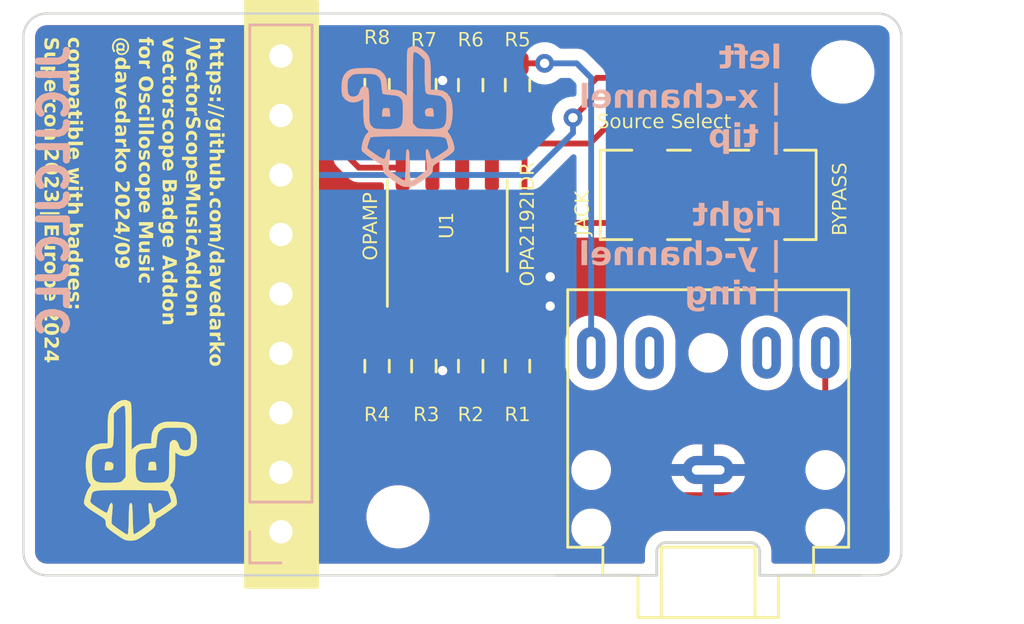
<source format=kicad_pcb>
(kicad_pcb (version 20240108) (generator "pcbnew") (generator_version "8.0")
  (layers (0 "F.Cu" signal) (31 "B.Cu" signal) (34 "B.Paste" user) (35 "F.Paste" user) (36 "B.SilkS" user "B.Silkscreen") (37 "F.SilkS" user "F.Silkscreen") (38 "B.Mask" user) (39 "F.Mask" user) (44 "Edge.Cuts" user))
  (net 0 "")
  (net 1 "VCC")
  (net 2 "AGND")
  (net 6 "right_out")
  (net 7 "left_out")
  (net 8 "left_in")
  (net 9 "Net-(U1A-+)")
  (net 10 "Net-(U1A--)")
  (net 11 "right_in")
  (net 12 "Net-(U1B-+)")
  (net 13 "Net-(U1B--)")
  (net 14 "Net-(J1-Pin_2)")
  (net 15 "Net-(J1-Pin_3)")
  (net 16 "left_amp")
  (net 17 "right_amp")
  (footprint "MountingHole:MountingHole_2.2mm_M2" (layer "F.Cu") (at 16 21.5)
    (property "Reference" "H1" (hide yes))
    (property "Value" "MountingHole")
    (pad "" np_thru_hole circle (at 0 0) (size 2.2 2.2) (drill 2.2) (layers "*.Cu" "*.Mask"))
  )
  (footprint "Resistor_SMD:R_0603_1608Metric_Pad0.98x0.95mm_HandSolder" (layer "F.Cu") (at 17.105 3.062107 -90)
    (property "Reference" "R7" (at -1.907107 0 180) (layer "F.SilkS") (effects (font (size 0.6 0.6) (thickness 0.2))))
    (property "Value" "13k")
    (fp_line (start -0.254724 0.5225) (end 0.254724 0.5225) (stroke (width 0.12)) (layer "F.SilkS"))
    (fp_line (start -0.254724 -0.5225) (end 0.254724 -0.5225) (stroke (width 0.12)) (layer "F.SilkS"))
    (pad "1" smd roundrect (at -0.9125 0 270) (size 0.975 0.95) (layers "F.Cu" "F.Paste" "F.Mask") (net 2 "AGND"))
    (pad "2" smd roundrect (at 0.9125 0 270) (size 0.975 0.95) (layers "F.Cu" "F.Paste" "F.Mask") (net 13 "Net-(U1B--)"))
  )
  (footprint "Button_Switch_SMD:SW_DPDT_CK_JS202011JCQN" (layer "F.Cu") (at 29.25 7.75 180)
    (property "Reference" "SW2" (hide yes))
    (property "Value" "SW_Push_DPDT")
    (fp_line (start 4.61 1.91) (end 3.26 1.91) (stroke (width 0.12)) (layer "F.SilkS"))
    (fp_line (start 4.61 -1.91) (end 4.61 1.91) (stroke (width 0.12)) (layer "F.SilkS"))
    (fp_line (start 4.61 -1.91) (end 3.26 -1.91) (stroke (width 0.12)) (layer "F.SilkS"))
    (fp_line (start 1.74 1.91) (end 0.76 1.91) (stroke (width 0.12)) (layer "F.SilkS"))
    (fp_line (start 1.74 -1.91) (end 0.76 -1.91) (stroke (width 0.12)) (layer "F.SilkS"))
    (fp_line (start -0.76 1.91) (end -1.74 1.91) (stroke (width 0.12)) (layer "F.SilkS"))
    (fp_line (start -0.76 -1.91) (end -1.74 -1.91) (stroke (width 0.12)) (layer "F.SilkS"))
    (fp_line (start -3.26 -1.91) (end -4.61 -1.91) (stroke (width 0.12)) (layer "F.SilkS"))
    (fp_line (start -4.61 1.91) (end -3.26 1.91) (stroke (width 0.12)) (layer "F.SilkS"))
    (fp_line (start -4.61 -1.91) (end -4.61 1.91) (stroke (width 0.12)) (layer "F.SilkS"))
    (pad "1" smd rect (at -2.5 -1.2 180) (size 1 1.6) (layers "F.Cu" "F.Paste" "F.Mask") (net 15 "Net-(J1-Pin_3)"))
    (pad "2" smd rect (at 0 -1.2 180) (size 1 1.6) (layers "F.Cu" "F.Paste" "F.Mask") (net 7 "left_out"))
    (pad "3" smd rect (at 2.5 -1.2 180) (size 1 1.6) (layers "F.Cu" "F.Paste" "F.Mask") (net 16 "left_amp"))
    (pad "4" smd rect (at -2.5 1.2 180) (size 1 1.6) (layers "F.Cu" "F.Paste" "F.Mask") (net 14 "Net-(J1-Pin_2)"))
    (pad "5" smd rect (at 0 1.2 180) (size 1 1.6) (layers "F.Cu" "F.Paste" "F.Mask") (net 6 "right_out"))
    (pad "6" smd rect (at 2.5 1.2 180) (size 1 1.6) (layers "F.Cu" "F.Paste" "F.Mask") (net 17 "right_amp"))
  )
  (footprint "davedarko:davedarko_logo_silk_outline" (layer "F.Cu") (at 5 19.51)
    (property "Reference" "Ref**" (hide yes))
    (property "Value" "Val**" (hide yes))
    (fp_poly (pts (xy 0.601261 -0.354649) (xy 0.646236 -0.323337) (xy 0.664104 -0.242256) (xy 0.669184 -0.179917) (xy 0.682201 0) (xy 0.333798 0) (xy 0.346816 -0.179917) (xy 0.359246 -0.292707) (xy 0.388785 -0.344569) (xy 0.456612 -0.359142) (xy 0.508 -0.359833) (xy 0.601261 -0.354649)) (stroke (width 0.01)) (fill solid) (layer "F.SilkS"))
    (fp_poly (pts (xy -1.225178 -0.332348) (xy -1.156659 -0.252074) (xy -1.156377 -0.122284) (xy -1.15874 -0.112386) (xy -1.188279 -0.039258) (xy -1.246032 -0.007096) (xy -1.357907 0) (xy -1.528868 0) (xy -1.515851 -0.179917) (xy -1.5033 -0.292747) (xy -1.473815 -0.344621) (xy -1.40683 -0.359168) (xy -1.359281 -0.359833) (xy -1.225178 -0.332348)) (stroke (width 0.01)) (fill solid) (layer "F.SilkS"))
    (fp_poly (pts (xy -0.475086 -2.939766) (xy -0.445363 -2.916631) (xy -0.422667 -2.88707) (xy -0.406052 -2.840351) (xy -0.394569 -2.765739) (xy -0.387271 -2.652501) (xy -0.38321 -2.489903) (xy -0.381439 -2.267211) (xy -0.381009 -1.973692) (xy -0.381 -1.874054) (xy -0.381 -0.874242) (xy -0.28575 -0.960997) (xy -0.145494 -1.067104) (xy 0.001808 -1.123629) (xy 0.190337 -1.142633) (xy 0.23005 -1.143) (xy 0.465667 -1.143) (xy 0.465667 -1.356353) (xy 0.498547 -1.609061) (xy 0.595652 -1.810391) (xy 0.754683 -1.956317) (xy 0.831739 -1.996788) (xy 0.931201 -2.034914) (xy 1.035305 -2.058471) (xy 1.165749 -2.069737) (xy 1.344234 -2.070991) (xy 1.503448 -2.067306) (xy 1.746902 -2.055877) (xy 1.924691 -2.03342) (xy 2.055732 -1.992724) (xy 2.158939 -1.926575) (xy 2.253228 -1.827761) (xy 2.304367 -1.761943) (xy 2.361332 -1.636446) (xy 2.398118 -1.457813) (xy 2.413149 -1.255507) (xy 2.404846 -1.05899) (xy 2.371634 -0.897724) (xy 2.352992 -0.853419) (xy 2.234215 -0.708194) (xy 2.070257 -0.620883) (xy 1.882064 -0.596524) (xy 1.690582 -0.64016) (xy 1.61925 -0.67687) (xy 1.481667 -0.760756) (xy 1.481667 -0.252018) (xy 1.475347 0.035964) (xy 1.454557 0.25275) (xy 1.416544 0.410994) (xy 1.358558 0.523353) (xy 1.29959 0.585718) (xy 1.259512 0.630769) (xy 1.274614 0.676049) (xy 1.333557 0.733885) (xy 1.402547 0.82818) (xy 1.46647 0.969736) (xy 1.518061 1.132461) (xy 1.550055 1.290265) (xy 1.555188 1.417058) (xy 1.539303 1.47277) (xy 1.485455 1.526718) (xy 1.378891 1.612487) (xy 1.238537 1.716776) (xy 1.083319 1.826284) (xy 0.932161 1.927709) (xy 0.80399 2.007751) (xy 0.717731 2.053109) (xy 0.709083 2.056259) (xy 0.654904 2.104812) (xy 0.635364 2.214256) (xy 0.635 2.23914) (xy 0.629878 2.321185) (xy 0.607386 2.391534) (xy 0.556833 2.461829) (xy 0.467528 2.543715) (xy 0.328781 2.648834) (xy 0.130944 2.788106) (xy -0.026076 2.893794) (xy -0.140584 2.958454) (xy -0.2377 2.991994) (xy -0.342543 3.004325) (xy -0.420514 3.005667) (xy -0.538351 3.001763) (xy -0.634427 2.983701) (xy -0.732197 2.941956) (xy -0.855121 2.867001) (xy -0.991631 2.773732) (xy -1.185839 2.637081) (xy -1.320675 2.536109) (xy -1.406996 2.459206) (xy -1.455661 2.394761) (xy -1.477526 2.331165) (xy -1.483451 2.256809) (xy -1.483593 2.247689) (xy -1.488945 2.173968) (xy -1.51198 2.115441) (xy -1.566433 2.057582) (xy -1.666041 1.985864) (xy -1.824539 1.885761) (xy -1.827654 1.883833) (xy -2.060021 1.736221) (xy -2.226072 1.620616) (xy -2.334469 1.5297) (xy -2.393874 1.456151) (xy -2.412949 1.39265) (xy -2.413 1.389169) (xy -2.405966 1.335566) (xy -2.144521 1.335566) (xy -2.117813 1.387107) (xy -2.049135 1.450543) (xy -1.926429 1.538244) (xy -1.831941 1.601046) (xy -1.681921 1.696492) (xy -1.556096 1.770927) (xy -1.4726 1.813895) (xy -1.451685 1.820333) (xy -1.41651 1.782866) (xy -1.376731 1.686913) (xy -1.354667 1.608667) (xy -1.311542 1.475189) (xy -1.264092 1.404383) (xy -1.244611 1.397) (xy -1.210653 1.414362) (xy -1.192425 1.473715) (xy -1.189477 1.585957) (xy -1.201361 1.761989) (xy -1.221498 1.958334) (xy -1.234037 2.10886) (xy -1.236163 2.226849) (xy -1.227605 2.2861) (xy -1.178122 2.334936) (xy -1.079667 2.412924) (xy -0.952385 2.506022) (xy -0.816421 2.600189) (xy -0.691919 2.681384) (xy -0.599027 2.735565) (xy -0.561992 2.750036) (xy -0.540569 2.726224) (xy -0.524146 2.647911) (xy -0.511956 2.507063) (xy -0.503232 2.295647) (xy -0.498492 2.085453) (xy -0.49307 1.831217) (xy -0.48614 1.649514) (xy -0.476238 1.528207) (xy -0.461903 1.455162) (xy -0.441672 1.418245) (xy -0.416594 1.405756) (xy -0.389608 1.408584) (xy -0.369856 1.436875) (xy -0.355782 1.50241) (xy -0.345832 1.616973) (xy -0.33845 1.792347) (xy -0.332083 2.040316) (xy -0.331928 2.047352) (xy -0.325152 2.274872) (xy -0.315944 2.471932) (xy -0.30528 2.623256) (xy -0.294137 2.713567) (xy -0.288179 2.731676) (xy -0.243534 2.721293) (xy -0.146824 2.669815) (xy -0.014115 2.586409) (xy 0.083813 2.519435) (xy 0.257136 2.391098) (xy 0.362403 2.297245) (xy 0.405887 2.231816) (xy 0.406428 2.207891) (xy 0.394147 2.13537) (xy 0.378745 2.002596) (xy 0.362912 1.833783) (xy 0.357513 1.767417) (xy 0.345433 1.58765) (xy 0.344371 1.476514) (xy 0.355845 1.418503) (xy 0.381374 1.398116) (xy 0.393796 1.397) (xy 0.449939 1.435782) (xy 0.488863 1.534583) (xy 0.522895 1.686404) (xy 0.555523 1.778881) (xy 0.601591 1.814887) (xy 0.675947 1.797301) (xy 0.793434 1.728997) (xy 0.951748 1.624256) (xy 1.102351 1.520201) (xy 1.222093 1.430181) (xy 1.29596 1.36592) (xy 1.312333 1.34264) (xy 1.298528 1.258552) (xy 1.264773 1.13525) (xy 1.222557 1.0092) (xy 1.18337 0.916868) (xy 1.172738 0.899583) (xy 1.141991 0.884948) (xy 1.069748 0.87305) (xy 0.949448 0.863669) (xy 0.774531 0.856583) (xy 0.538439 0.851571) (xy 0.234611 0.848414) (xy -0.143512 0.846889) (xy -0.399259 0.846667) (xy -0.814844 0.846822) (xy -1.153849 0.847995) (xy -1.42436 0.851249) (xy -1.634463 0.857647) (xy -1.792245 0.868252) (xy -1.905792 0.884125) (xy -1.98319 0.906329) (xy -2.032526 0.935927) (xy -2.061886 0.973982) (xy -2.079356 1.021556) (xy -2.090594 1.068917) (xy -2.120049 1.196027) (xy -2.141312 1.283546) (xy -2.144521 1.335566) (xy -2.405966 1.335566) (xy -2.394963 1.251718) (xy -2.348485 1.08382) (xy -2.285019 0.917354) (xy -2.216018 0.784198) (xy -2.177876 0.734694) (xy -2.118782 0.656718) (xy -2.122806 0.610069) (xy -2.123808 0.60942) (xy -2.201355 0.518219) (xy -2.262455 0.362718) (xy -2.305635 0.161946) (xy -2.329422 -0.065066) (xy -2.331277 -0.213755) (xy -2.074333 -0.213755) (xy -2.068176 0.058577) (xy -2.042294 0.257951) (xy -1.985573 0.395159) (xy -1.886897 0.480993) (xy -1.735152 0.526243) (xy -1.519223 0.541702) (xy -1.297999 0.539995) (xy -1.094849 0.534202) (xy -0.958032 0.525441) (xy -0.869224 0.509479) (xy -0.810101 0.482083) (xy -0.762339 0.439017) (xy -0.737082 0.410389) (xy -0.635 0.291612) (xy -0.635 -0.197559) (xy -0.211667 -0.197559) (xy -0.206612 0.06789) (xy -0.18395 0.262121) (xy -0.132434 0.395802) (xy -0.040818 0.479603) (xy 0.102146 0.524193) (xy 0.307704 0.540242) (xy 0.564668 0.538908) (xy 0.767767 0.533612) (xy 0.904525 0.525216) (xy 0.99326 0.509524) (xy 1.052289 0.482338) (xy 1.099932 0.439461) (xy 1.125585 0.410389) (xy 1.163319 0.363082) (xy 1.190387 0.313309) (xy 1.208559 0.246899) (xy 1.219604 0.149682) (xy 1.225289 0.007489) (xy 1.227385 -0.193851) (xy 1.227667 -0.407311) (xy 1.23008 -0.647067) (xy 1.236751 -0.861021) (xy 1.246827 -1.033105) (xy 1.259457 -1.147253) (xy 1.268824 -1.183136) (xy 1.352004 -1.274289) (xy 1.450582 -1.294174) (xy 1.544748 -1.248519) (xy 1.614689 -1.143055) (xy 1.632938 -1.077839) (xy 1.689821 -0.938) (xy 1.799227 -0.863118) (xy 1.92036 -0.846667) (xy 2.032978 -0.866917) (xy 2.106152 -0.935105) (xy 2.146078 -1.062384) (xy 2.158952 -1.25991) (xy 2.159 -1.27628) (xy 2.155761 -1.437695) (xy 2.140649 -1.542021) (xy 2.105569 -1.616753) (xy 2.042426 -1.689383) (xy 2.035256 -1.69659) (xy 1.977954 -1.750721) (xy 1.923077 -1.786195) (xy 1.851856 -1.806953) (xy 1.745522 -1.816936) (xy 1.585302 -1.820085) (xy 1.445838 -1.820333) (xy 1.238453 -1.818985) (xy 1.096621 -1.812685) (xy 1.001243 -1.798054) (xy 0.933218 -1.771712) (xy 0.873447 -1.730278) (xy 0.85613 -1.715967) (xy 0.788764 -1.649636) (xy 0.747092 -1.573838) (xy 0.721479 -1.462782) (xy 0.703925 -1.308479) (xy 0.687584 -1.155263) (xy 0.671017 -1.03651) (xy 0.657614 -0.976236) (xy 0.656791 -0.974677) (xy 0.608474 -0.956957) (xy 0.497492 -0.937612) (xy 0.345686 -0.920257) (xy 0.308331 -0.917012) (xy 0.133097 -0.898997) (xy 0.019143 -0.874973) (xy -0.056905 -0.837471) (xy -0.116417 -0.78132) (xy -0.158331 -0.726225) (xy -0.185822 -0.663139) (xy -0.201877 -0.573756) (xy -0.209484 -0.439768) (xy -0.21163 -0.242867) (xy -0.211667 -0.197559) (xy -0.635 -0.197559) (xy -0.635 -1.230027) (xy -0.63508 -1.628653) (xy -0.635641 -1.950765) (xy -0.637162 -2.204518) (xy -0.640125 -2.398064) (xy -0.645009 -2.539556) (xy -0.652295 -2.637149) (xy -0.662464 -2.698995) (xy -0.675995 -2.733249) (xy -0.693369 -2.748062) (xy -0.715066 -2.75159) (xy -0.724647 -2.751667) (xy -0.803767 -2.722989) (xy -0.909835 -2.649438) (xy -0.978647 -2.587314) (xy -1.143 -2.422961) (xy -1.143 -1.785736) (xy -1.145519 -1.553938) (xy -1.152448 -1.34547) (xy -1.162848 -1.178227) (xy -1.175778 -1.070104) (xy -1.18184 -1.046356) (xy -1.210781 -0.992473) (xy -1.260699 -0.958527) (xy -1.351889 -0.937087) (xy -1.504644 -0.920725) (xy -1.53109 -0.9185) (xy -1.698488 -0.901042) (xy -1.80741 -0.876327) (xy -1.884014 -0.834841) (xy -1.95446 -0.767066) (xy -1.957917 -0.763232) (xy -2.011388 -0.698625) (xy -2.045366 -0.634946) (xy -2.06425 -0.55144) (xy -2.072436 -0.427352) (xy -2.074322 -0.241926) (xy -2.074333 -0.213755) (xy -2.331277 -0.213755) (xy -2.332345 -0.299287) (xy -2.312929 -0.521687) (xy -2.269704 -0.713236) (xy -2.233083 -0.802815) (xy -2.102551 -0.981326) (xy -1.92551 -1.09279) (xy -1.69589 -1.140573) (xy -1.619911 -1.143) (xy -1.397 -1.143) (xy -1.397 -1.754078) (xy -1.39451 -2.033696) (xy -1.384655 -2.244499) (xy -1.363856 -2.402255) (xy -1.328534 -2.52273) (xy -1.275111 -2.621692) (xy -1.200007 -2.714908) (xy -1.172154 -2.744695) (xy -0.982941 -2.905032) (xy -0.796668 -2.991133) (xy -0.621151 -3.000809) (xy -0.475086 -2.939766)) (stroke (width 0.01)) (fill solid) (layer "F.SilkS"))
  )
  (footprint "Resistor_SMD:R_0603_1608Metric_Pad0.98x0.95mm_HandSolder" (layer "F.Cu") (at 15.105 15.062107 90)
    (property "Reference" "R4" (at -2.1 0 180) (layer "F.SilkS") (effects (font (size 0.6 0.6) (thickness 0.2))))
    (property "Value" "15k")
    (fp_line (start -0.254724 -0.5225) (end 0.254724 -0.5225) (stroke (width 0.12)) (layer "F.SilkS"))
    (fp_line (start -0.254724 0.5225) (end 0.254724 0.5225) (stroke (width 0.12)) (layer "F.SilkS"))
    (pad "1" smd roundrect (at -0.9125 0 90) (size 0.975 0.95) (layers "F.Cu" "F.Paste" "F.Mask") (net 16 "left_amp"))
    (pad "2" smd roundrect (at 0.9125 0 90) (size 0.975 0.95) (layers "F.Cu" "F.Paste" "F.Mask") (net 10 "Net-(U1A--)"))
  )
  (footprint "Resistor_SMD:R_0603_1608Metric_Pad0.98x0.95mm_HandSolder" (layer "F.Cu") (at 19.105 3.062107 -90)
    (property "Reference" "R6" (at -1.907107 0 0) (layer "F.SilkS") (effects (font (size 0.6 0.6) (thickness 0.2))))
    (property "Value" "33k")
    (fp_line (start -0.254724 0.5225) (end 0.254724 0.5225) (stroke (width 0.12)) (layer "F.SilkS"))
    (fp_line (start -0.254724 -0.5225) (end 0.254724 -0.5225) (stroke (width 0.12)) (layer "F.SilkS"))
    (pad "1" smd roundrect (at -0.9125 0 270) (size 0.975 0.95) (layers "F.Cu" "F.Paste" "F.Mask") (net 1 "VCC"))
    (pad "2" smd roundrect (at 0.9125 0 270) (size 0.975 0.95) (layers "F.Cu" "F.Paste" "F.Mask") (net 12 "Net-(U1B-+)"))
  )
  (footprint "Resistor_SMD:R_0603_1608Metric_Pad0.98x0.95mm_HandSolder" (layer "F.Cu") (at 15.105 3.062107 -90)
    (property "Reference" "R8" (at -2.007107 0 0) (layer "F.SilkS") (effects (font (size 0.6 0.6) (thickness 0.2))))
    (property "Value" "15k")
    (fp_line (start -0.254724 0.5225) (end 0.254724 0.5225) (stroke (width 0.12)) (layer "F.SilkS"))
    (fp_line (start -0.254724 -0.5225) (end 0.254724 -0.5225) (stroke (width 0.12)) (layer "F.SilkS"))
    (pad "1" smd roundrect (at -0.9125 0 270) (size 0.975 0.95) (layers "F.Cu" "F.Paste" "F.Mask") (net 17 "right_amp"))
    (pad "2" smd roundrect (at 0.9125 0 270) (size 0.975 0.95) (layers "F.Cu" "F.Paste" "F.Mask") (net 13 "Net-(U1B--)"))
  )
  (footprint "Resistor_SMD:R_0603_1608Metric_Pad0.98x0.95mm_HandSolder" (layer "F.Cu") (at 17.105 15.062107 90)
    (property "Reference" "R3" (at -2.1 0.1 180) (layer "F.SilkS") (effects (font (size 0.6 0.6) (thickness 0.2))))
    (property "Value" "13k")
    (fp_line (start -0.254724 -0.5225) (end 0.254724 -0.5225) (stroke (width 0.12)) (layer "F.SilkS"))
    (fp_line (start -0.254724 0.5225) (end 0.254724 0.5225) (stroke (width 0.12)) (layer "F.SilkS"))
    (pad "1" smd roundrect (at -0.9125 0 90) (size 0.975 0.95) (layers "F.Cu" "F.Paste" "F.Mask") (net 2 "AGND"))
    (pad "2" smd roundrect (at 0.9125 0 90) (size 0.975 0.95) (layers "F.Cu" "F.Paste" "F.Mask") (net 10 "Net-(U1A--)"))
  )
  (footprint "MountingHole:MountingHole_2.2mm_M2" (layer "F.Cu") (at 35 2.5)
    (property "Reference" "H2" (hide yes))
    (property "Value" "MountingHole")
    (pad "" np_thru_hole circle (at 0 0) (size 2.2 2.2) (drill 2.2) (layers "*.Cu" "*.Mask"))
  )
  (footprint "Resistor_SMD:R_0603_1608Metric_Pad0.98x0.95mm_HandSolder" (layer "F.Cu") (at 21.105 3.062107 -90)
    (property "Reference" "R5" (at -1.907107 0 180) (layer "F.SilkS") (effects (font (size 0.6 0.6) (thickness 0.2))))
    (property "Value" "10k")
    (fp_line (start -0.254724 0.5225) (end 0.254724 0.5225) (stroke (width 0.12)) (layer "F.SilkS"))
    (fp_line (start -0.254724 -0.5225) (end 0.254724 -0.5225) (stroke (width 0.12)) (layer "F.SilkS"))
    (pad "1" smd roundrect (at -0.9125 0 270) (size 0.975 0.95) (layers "F.Cu" "F.Paste" "F.Mask") (net 11 "right_in"))
    (pad "2" smd roundrect (at 0.9125 0 270) (size 0.975 0.95) (layers "F.Cu" "F.Paste" "F.Mask") (net 12 "Net-(U1B-+)"))
  )
  (footprint "Resistor_SMD:R_0603_1608Metric_Pad0.98x0.95mm_HandSolder" (layer "F.Cu") (at 21.105 15.062107 90)
    (property "Reference" "R1" (at -2.1 0 0) (layer "F.SilkS") (effects (font (size 0.6 0.6) (thickness 0.2))))
    (property "Value" "10k")
    (fp_line (start -0.254724 -0.5225) (end 0.254724 -0.5225) (stroke (width 0.12)) (layer "F.SilkS"))
    (fp_line (start -0.254724 0.5225) (end 0.254724 0.5225) (stroke (width 0.12)) (layer "F.SilkS"))
    (pad "1" smd roundrect (at -0.9125 0 90) (size 0.975 0.95) (layers "F.Cu" "F.Paste" "F.Mask") (net 8 "left_in"))
    (pad "2" smd roundrect (at 0.9125 0 90) (size 0.975 0.95) (layers "F.Cu" "F.Paste" "F.Mask") (net 9 "Net-(U1A-+)"))
  )
  (footprint "Resistor_SMD:R_0603_1608Metric_Pad0.98x0.95mm_HandSolder" (layer "F.Cu") (at 19.105 15.062107 90)
    (property "Reference" "R2" (at -2.1 0 0) (layer "F.SilkS") (effects (font (size 0.6 0.6) (thickness 0.2))))
    (property "Value" "33k")
    (fp_line (start -0.254724 -0.5225) (end 0.254724 -0.5225) (stroke (width 0.12)) (layer "F.SilkS"))
    (fp_line (start -0.254724 0.5225) (end 0.254724 0.5225) (stroke (width 0.12)) (layer "F.SilkS"))
    (pad "1" smd roundrect (at -0.9125 0 90) (size 0.975 0.95) (layers "F.Cu" "F.Paste" "F.Mask") (net 1 "VCC"))
    (pad "2" smd roundrect (at 0.9125 0 90) (size 0.975 0.95) (layers "F.Cu" "F.Paste" "F.Mask") (net 9 "Net-(U1A-+)"))
  )
  (footprint "Connector_Audio:Jack_3.5mm_CUI_SJ1-3525N_Horizontal" (layer "F.Cu") (at 29.25 19.5)
    (property "Reference" "J3" (hide yes))
    (property "Value" "AudioJack3_SwitchTR")
    (fp_line (start -6 -7.7) (end -6 3.3) (stroke (width 0.12)) (layer "F.SilkS"))
    (fp_line (start -6 3.3) (end -4.5 3.3) (stroke (width 0.12)) (layer "F.SilkS"))
    (fp_line (start -4.5 3.3) (end -4.5 4.5) (stroke (width 0.12)) (layer "F.SilkS"))
    (fp_line (start -4.5 4.5) (end -3 4.5) (stroke (width 0.12)) (layer "F.SilkS"))
    (fp_line (start -3 4.5) (end -3 6.3) (stroke (width 0.12)) (layer "F.SilkS"))
    (fp_line (start -3 6.3) (end 3 6.3) (stroke (width 0.12)) (layer "F.SilkS"))
    (fp_line (start -2 3.3) (end 2 3.3) (stroke (width 0.12)) (layer "F.SilkS"))
    (fp_line (start -2 6.3) (end -2 3.3) (stroke (width 0.12)) (layer "F.SilkS"))
    (fp_line (start 2 3.3) (end 2 6.3) (stroke (width 0.12)) (layer "F.SilkS"))
    (fp_line (start 3 4.5) (end 4.5 4.5) (stroke (width 0.12)) (layer "F.SilkS"))
    (fp_line (start 3 6.3) (end 3 4.5) (stroke (width 0.12)) (layer "F.SilkS"))
    (fp_line (start 4.5 3.3) (end 6 3.3) (stroke (width 0.12)) (layer "F.SilkS"))
    (fp_line (start 4.5 4.5) (end 4.5 3.3) (stroke (width 0.12)) (layer "F.SilkS"))
    (fp_line (start 6 -7.7) (end -6 -7.7) (stroke (width 0.12)) (layer "F.SilkS"))
    (fp_line (start 6 3.3) (end 6 -7.7) (stroke (width 0.12)) (layer "F.SilkS"))
    (fp_line (start -6.5 4.5) (end -2.2 4.5) (stroke (width 0.12)) (layer "Edge.Cuts"))
    (fp_line (start -2.2 4.5) (end -2.2 3.5) (stroke (width 0.12)) (layer "Edge.Cuts"))
    (fp_line (start -1.8 3.1) (end 1.8 3.1) (stroke (width 0.12)) (layer "Edge.Cuts"))
    (fp_line (start 2.2 4.5) (end 2.2 3.5) (stroke (width 0.12)) (layer "Edge.Cuts"))
    (fp_line (start 6.5 4.5) (end 2.2 4.5) (stroke (width 0.12)) (layer "Edge.Cuts"))
    (fp_arc (start -2.2 3.5) (mid -2.082842 3.217158) (end -1.8 3.1) (stroke (width 0.12)) (layer "Edge.Cuts"))
    (fp_arc (start 1.8 3.1) (mid 2.082843 3.217157) (end 2.2 3.5) (stroke (width 0.12)) (layer "Edge.Cuts"))
    (pad "" np_thru_hole circle (at -5 0) (size 1.2 1.2) (drill 1.2) (layers "*.Cu"))
    (pad "" np_thru_hole circle (at -5 2.5) (size 1.2 1.2) (drill 1.2) (layers "*.Cu"))
    (pad "" np_thru_hole circle (at 0 -5) (size 1.2 1.2) (drill 1.2) (layers "*.Cu"))
    (pad "" np_thru_hole circle (at 5 0) (size 1.2 1.2) (drill 1.2) (layers "*.Cu"))
    (pad "" np_thru_hole circle (at 5 2.5) (size 1.2 1.2) (drill 1.2) (layers "*.Cu"))
    (pad "R" thru_hole oval (at -5 -5) (size 1.2 2.2) (drill oval 0.4 1.4) (layers "*.Cu" "*.Mask") (net 11 "right_in"))
    (pad "RN" thru_hole oval (at -2.5 -5) (size 1.2 2.2) (drill oval 0.4 1.4) (layers "*.Cu" "*.Mask"))
    (pad "S" thru_hole oval (at 0 0) (size 2.2 1.2) (drill oval 1.4 0.4) (layers "*.Cu" "*.Mask") (net 2 "AGND"))
    (pad "T" thru_hole oval (at 5 -5 180) (size 1.2 2.2) (drill oval 0.4 1.4) (layers "*.Cu" "*.Mask") (net 8 "left_in"))
    (pad "TN" thru_hole oval (at 2.5 -5 180) (size 1.2 2.2) (drill oval 0.4 1.4) (layers "*.Cu" "*.Mask"))
  )
  (footprint "Package_SO:SOIC-8_3.9x4.9mm_P1.27mm" (layer "F.Cu") (at 18.105 9.062107 90)
    (property "Reference" "U1" (at 0.007107 0 90) (layer "F.SilkS") (effects (font (size 0.6 0.6))))
    (property "Value" "OPA2192")
    (fp_line (start 0 -2.56) (end 1.95 -2.56) (stroke (width 0.12)) (layer "F.SilkS"))
    (fp_line (start 0 -2.56) (end -3.45 -2.56) (stroke (width 0.12)) (layer "F.SilkS"))
    (fp_line (start 0 2.56) (end 1.95 2.56) (stroke (width 0.12)) (layer "F.SilkS"))
    (fp_line (start 0 2.56) (end -1.95 2.56) (stroke (width 0.12)) (layer "F.SilkS"))
    (pad "1" smd roundrect (at -2.475 -1.905 90) (size 1.95 0.6) (layers "F.Cu" "F.Paste" "F.Mask") (net 16 "left_amp"))
    (pad "2" smd roundrect (at -2.475 -0.635 90) (size 1.95 0.6) (layers "F.Cu" "F.Paste" "F.Mask") (net 10 "Net-(U1A--)"))
    (pad "3" smd roundrect (at -2.475 0.635 90) (size 1.95 0.6) (layers "F.Cu" "F.Paste" "F.Mask") (net 9 "Net-(U1A-+)"))
    (pad "4" smd roundrect (at -2.475 1.905 90) (size 1.95 0.6) (layers "F.Cu" "F.Paste" "F.Mask") (net 2 "AGND"))
    (pad "5" smd roundrect (at 2.475 1.905 90) (size 1.95 0.6) (layers "F.Cu" "F.Paste" "F.Mask") (net 12 "Net-(U1B-+)"))
    (pad "6" smd roundrect (at 2.475 0.635 90) (size 1.95 0.6) (layers "F.Cu" "F.Paste" "F.Mask") (net 13 "Net-(U1B--)"))
    (pad "7" smd roundrect (at 2.475 -0.635 90) (size 1.95 0.6) (layers "F.Cu" "F.Paste" "F.Mask") (net 17 "right_amp"))
    (pad "8" smd roundrect (at 2.475 -1.905 90) (size 1.95 0.6) (layers "F.Cu" "F.Paste" "F.Mask") (net 1 "VCC"))
  )
  (footprint "davedarko:davedarko_logo_silk_outline" (layer "B.Cu") (at 16 4.4 180)
    (property "Reference" "Ref**" (hide yes))
    (property "Value" "Val**" (hide yes))
    (fp_poly (pts (xy 0.601261 0.354649) (xy 0.646236 0.323337) (xy 0.664104 0.242256) (xy 0.669184 0.179917) (xy 0.682201 0) (xy 0.333798 0) (xy 0.346816 0.179917) (xy 0.359246 0.292707) (xy 0.388785 0.344569) (xy 0.456612 0.359142) (xy 0.508 0.359833) (xy 0.601261 0.354649)) (stroke (width 0.01)) (fill solid) (layer "B.SilkS"))
    (fp_poly (pts (xy -1.225178 0.332348) (xy -1.156659 0.252074) (xy -1.156377 0.122284) (xy -1.15874 0.112386) (xy -1.188279 0.039258) (xy -1.246032 0.007096) (xy -1.357907 0) (xy -1.528868 0) (xy -1.515851 0.179917) (xy -1.5033 0.292747) (xy -1.473815 0.344621) (xy -1.40683 0.359168) (xy -1.359281 0.359833) (xy -1.225178 0.332348)) (stroke (width 0.01)) (fill solid) (layer "B.SilkS"))
    (fp_poly (pts (xy -0.475086 2.939766) (xy -0.445363 2.916631) (xy -0.422667 2.88707) (xy -0.406052 2.840351) (xy -0.394569 2.765739) (xy -0.387271 2.652501) (xy -0.38321 2.489903) (xy -0.381439 2.267211) (xy -0.381009 1.973692) (xy -0.381 1.874054) (xy -0.381 0.874242) (xy -0.28575 0.960997) (xy -0.145494 1.067104) (xy 0.001808 1.123629) (xy 0.190337 1.142633) (xy 0.23005 1.143) (xy 0.465667 1.143) (xy 0.465667 1.356353) (xy 0.498547 1.609061) (xy 0.595652 1.810391) (xy 0.754683 1.956317) (xy 0.831739 1.996788) (xy 0.931201 2.034914) (xy 1.035305 2.058471) (xy 1.165749 2.069737) (xy 1.344234 2.070991) (xy 1.503448 2.067306) (xy 1.746902 2.055877) (xy 1.924691 2.03342) (xy 2.055732 1.992724) (xy 2.158939 1.926575) (xy 2.253228 1.827761) (xy 2.304367 1.761943) (xy 2.361332 1.636446) (xy 2.398118 1.457813) (xy 2.413149 1.255507) (xy 2.404846 1.05899) (xy 2.371634 0.897724) (xy 2.352992 0.853419) (xy 2.234215 0.708194) (xy 2.070257 0.620883) (xy 1.882064 0.596524) (xy 1.690582 0.64016) (xy 1.61925 0.67687) (xy 1.481667 0.760756) (xy 1.481667 0.252018) (xy 1.475347 -0.035964) (xy 1.454557 -0.25275) (xy 1.416544 -0.410994) (xy 1.358558 -0.523353) (xy 1.29959 -0.585718) (xy 1.259512 -0.630769) (xy 1.274614 -0.676049) (xy 1.333557 -0.733885) (xy 1.402547 -0.82818) (xy 1.46647 -0.969736) (xy 1.518061 -1.132461) (xy 1.550055 -1.290265) (xy 1.555188 -1.417058) (xy 1.539303 -1.47277) (xy 1.485455 -1.526718) (xy 1.378891 -1.612487) (xy 1.238537 -1.716776) (xy 1.083319 -1.826284) (xy 0.932161 -1.927709) (xy 0.80399 -2.007751) (xy 0.717731 -2.053109) (xy 0.709083 -2.056259) (xy 0.654904 -2.104812) (xy 0.635364 -2.214256) (xy 0.635 -2.23914) (xy 0.629878 -2.321185) (xy 0.607386 -2.391534) (xy 0.556833 -2.461829) (xy 0.467528 -2.543715) (xy 0.328781 -2.648834) (xy 0.130944 -2.788106) (xy -0.026076 -2.893794) (xy -0.140584 -2.958454) (xy -0.2377 -2.991994) (xy -0.342543 -3.004325) (xy -0.420514 -3.005667) (xy -0.538351 -3.001763) (xy -0.634427 -2.983701) (xy -0.732197 -2.941956) (xy -0.855121 -2.867001) (xy -0.991631 -2.773732) (xy -1.185839 -2.637081) (xy -1.320675 -2.536109) (xy -1.406996 -2.459206) (xy -1.455661 -2.394761) (xy -1.477526 -2.331165) (xy -1.483451 -2.256809) (xy -1.483593 -2.247689) (xy -1.488945 -2.173968) (xy -1.51198 -2.115441) (xy -1.566433 -2.057582) (xy -1.666041 -1.985864) (xy -1.824539 -1.885761) (xy -1.827654 -1.883833) (xy -2.060021 -1.736221) (xy -2.226072 -1.620616) (xy -2.334469 -1.5297) (xy -2.393874 -1.456151) (xy -2.412949 -1.39265) (xy -2.413 -1.389169) (xy -2.405966 -1.335566) (xy -2.144521 -1.335566) (xy -2.117813 -1.387107) (xy -2.049135 -1.450543) (xy -1.926429 -1.538244) (xy -1.831941 -1.601046) (xy -1.681921 -1.696492) (xy -1.556096 -1.770927) (xy -1.4726 -1.813895) (xy -1.451685 -1.820333) (xy -1.41651 -1.782866) (xy -1.376731 -1.686913) (xy -1.354667 -1.608667) (xy -1.311542 -1.475189) (xy -1.264092 -1.404383) (xy -1.244611 -1.397) (xy -1.210653 -1.414362) (xy -1.192425 -1.473715) (xy -1.189477 -1.585957) (xy -1.201361 -1.761989) (xy -1.221498 -1.958334) (xy -1.234037 -2.10886) (xy -1.236163 -2.226849) (xy -1.227605 -2.2861) (xy -1.178122 -2.334936) (xy -1.079667 -2.412924) (xy -0.952385 -2.506022) (xy -0.816421 -2.600189) (xy -0.691919 -2.681384) (xy -0.599027 -2.735565) (xy -0.561992 -2.750036) (xy -0.540569 -2.726224) (xy -0.524146 -2.647911) (xy -0.511956 -2.507063) (xy -0.503232 -2.295647) (xy -0.498492 -2.085453) (xy -0.49307 -1.831217) (xy -0.48614 -1.649514) (xy -0.476238 -1.528207) (xy -0.461903 -1.455162) (xy -0.441672 -1.418245) (xy -0.416594 -1.405756) (xy -0.389608 -1.408584) (xy -0.369856 -1.436875) (xy -0.355782 -1.50241) (xy -0.345832 -1.616973) (xy -0.33845 -1.792347) (xy -0.332083 -2.040316) (xy -0.331928 -2.047352) (xy -0.325152 -2.274872) (xy -0.315944 -2.471932) (xy -0.30528 -2.623256) (xy -0.294137 -2.713567) (xy -0.288179 -2.731676) (xy -0.243534 -2.721293) (xy -0.146824 -2.669815) (xy -0.014115 -2.586409) (xy 0.083813 -2.519435) (xy 0.257136 -2.391098) (xy 0.362403 -2.297245) (xy 0.405887 -2.231816) (xy 0.406428 -2.207891) (xy 0.394147 -2.13537) (xy 0.378745 -2.002596) (xy 0.362912 -1.833783) (xy 0.357513 -1.767417) (xy 0.345433 -1.58765) (xy 0.344371 -1.476514) (xy 0.355845 -1.418503) (xy 0.381374 -1.398116) (xy 0.393796 -1.397) (xy 0.449939 -1.435782) (xy 0.488863 -1.534583) (xy 0.522895 -1.686404) (xy 0.555523 -1.778881) (xy 0.601591 -1.814887) (xy 0.675947 -1.797301) (xy 0.793434 -1.728997) (xy 0.951748 -1.624256) (xy 1.102351 -1.520201) (xy 1.222093 -1.430181) (xy 1.29596 -1.36592) (xy 1.312333 -1.34264) (xy 1.298528 -1.258552) (xy 1.264773 -1.13525) (xy 1.222557 -1.0092) (xy 1.18337 -0.916868) (xy 1.172738 -0.899583) (xy 1.141991 -0.884948) (xy 1.069748 -0.87305) (xy 0.949448 -0.863669) (xy 0.774531 -0.856583) (xy 0.538439 -0.851571) (xy 0.234611 -0.848414) (xy -0.143512 -0.846889) (xy -0.399259 -0.846667) (xy -0.814844 -0.846822) (xy -1.153849 -0.847995) (xy -1.42436 -0.851249) (xy -1.634463 -0.857647) (xy -1.792245 -0.868252) (xy -1.905792 -0.884125) (xy -1.98319 -0.906329) (xy -2.032526 -0.935927) (xy -2.061886 -0.973982) (xy -2.079356 -1.021556) (xy -2.090594 -1.068917) (xy -2.120049 -1.196027) (xy -2.141312 -1.283546) (xy -2.144521 -1.335566) (xy -2.405966 -1.335566) (xy -2.394963 -1.251718) (xy -2.348485 -1.08382) (xy -2.285019 -0.917354) (xy -2.216018 -0.784198) (xy -2.177876 -0.734694) (xy -2.118782 -0.656718) (xy -2.122806 -0.610069) (xy -2.123808 -0.60942) (xy -2.201355 -0.518219) (xy -2.262455 -0.362718) (xy -2.305635 -0.161946) (xy -2.329422 0.065066) (xy -2.331277 0.213755) (xy -2.074333 0.213755) (xy -2.068176 -0.058577) (xy -2.042294 -0.257951) (xy -1.985573 -0.395159) (xy -1.886897 -0.480993) (xy -1.735152 -0.526243) (xy -1.519223 -0.541702) (xy -1.297999 -0.539995) (xy -1.094849 -0.534202) (xy -0.958032 -0.525441) (xy -0.869224 -0.509479) (xy -0.810101 -0.482083) (xy -0.762339 -0.439017) (xy -0.737082 -0.410389) (xy -0.635 -0.291612) (xy -0.635 0.197559) (xy -0.211667 0.197559) (xy -0.206612 -0.06789) (xy -0.18395 -0.262121) (xy -0.132434 -0.395802) (xy -0.040818 -0.479603) (xy 0.102146 -0.524193) (xy 0.307704 -0.540242) (xy 0.564668 -0.538908) (xy 0.767767 -0.533612) (xy 0.904525 -0.525216) (xy 0.99326 -0.509524) (xy 1.052289 -0.482338) (xy 1.099932 -0.439461) (xy 1.125585 -0.410389) (xy 1.163319 -0.363082) (xy 1.190387 -0.313309) (xy 1.208559 -0.246899) (xy 1.219604 -0.149682) (xy 1.225289 -0.007489) (xy 1.227385 0.193851) (xy 1.227667 0.407311) (xy 1.23008 0.647067) (xy 1.236751 0.861021) (xy 1.246827 1.033105) (xy 1.259457 1.147253) (xy 1.268824 1.183136) (xy 1.352004 1.274289) (xy 1.450582 1.294174) (xy 1.544748 1.248519) (xy 1.614689 1.143055) (xy 1.632938 1.077839) (xy 1.689821 0.938) (xy 1.799227 0.863118) (xy 1.92036 0.846667) (xy 2.032978 0.866917) (xy 2.106152 0.935105) (xy 2.146078 1.062384) (xy 2.158952 1.25991) (xy 2.159 1.27628) (xy 2.155761 1.437695) (xy 2.140649 1.542021) (xy 2.105569 1.616753) (xy 2.042426 1.689383) (xy 2.035256 1.69659) (xy 1.977954 1.750721) (xy 1.923077 1.786195) (xy 1.851856 1.806953) (xy 1.745522 1.816936) (xy 1.585302 1.820085) (xy 1.445838 1.820333) (xy 1.238453 1.818985) (xy 1.096621 1.812685) (xy 1.001243 1.798054) (xy 0.933218 1.771712) (xy 0.873447 1.730278) (xy 0.85613 1.715967) (xy 0.788764 1.649636) (xy 0.747092 1.573838) (xy 0.721479 1.462782) (xy 0.703925 1.308479) (xy 0.687584 1.155263) (xy 0.671017 1.03651) (xy 0.657614 0.976236) (xy 0.656791 0.974677) (xy 0.608474 0.956957) (xy 0.497492 0.937612) (xy 0.345686 0.920257) (xy 0.308331 0.917012) (xy 0.133097 0.898997) (xy 0.019143 0.874973) (xy -0.056905 0.837471) (xy -0.116417 0.78132) (xy -0.158331 0.726225) (xy -0.185822 0.663139) (xy -0.201877 0.573756) (xy -0.209484 0.439768) (xy -0.21163 0.242867) (xy -0.211667 0.197559) (xy -0.635 0.197559) (xy -0.635 1.230027) (xy -0.63508 1.628653) (xy -0.635641 1.950765) (xy -0.637162 2.204518) (xy -0.640125 2.398064) (xy -0.645009 2.539556) (xy -0.652295 2.637149) (xy -0.662464 2.698995) (xy -0.675995 2.733249) (xy -0.693369 2.748062) (xy -0.715066 2.75159) (xy -0.724647 2.751667) (xy -0.803767 2.722989) (xy -0.909835 2.649438) (xy -0.978647 2.587314) (xy -1.143 2.422961) (xy -1.143 1.785736) (xy -1.145519 1.553938) (xy -1.152448 1.34547) (xy -1.162848 1.178227) (xy -1.175778 1.070104) (xy -1.18184 1.046356) (xy -1.210781 0.992473) (xy -1.260699 0.958527) (xy -1.351889 0.937087) (xy -1.504644 0.920725) (xy -1.53109 0.9185) (xy -1.698488 0.901042) (xy -1.80741 0.876327) (xy -1.884014 0.834841) (xy -1.95446 0.767066) (xy -1.957917 0.763232) (xy -2.011388 0.698625) (xy -2.045366 0.634946) (xy -2.06425 0.55144) (xy -2.072436 0.427352) (xy -2.074322 0.241926) (xy -2.074333 0.213755) (xy -2.331277 0.213755) (xy -2.332345 0.299287) (xy -2.312929 0.521687) (xy -2.269704 0.713236) (xy -2.233083 0.802815) (xy -2.102551 0.981326) (xy -1.92551 1.09279) (xy -1.69589 1.140573) (xy -1.619911 1.143) (xy -1.397 1.143) (xy -1.397 1.754078) (xy -1.39451 2.033696) (xy -1.384655 2.244499) (xy -1.363856 2.402255) (xy -1.328534 2.52273) (xy -1.275111 2.621692) (xy -1.200007 2.714908) (xy -1.172154 2.744695) (xy -0.982941 2.905032) (xy -0.796668 2.991133) (xy -0.621151 3.000809) (xy -0.475086 2.939766)) (stroke (width 0.01)) (fill solid) (layer "B.SilkS"))
  )
  (footprint "Connector_PinHeader_2.54mm:PinHeader_1x09_P2.54mm_Vertical" (layer "B.Cu") (at 11 22.14)
    (property "Reference" "J1" (hide yes))
    (property "Value" "Conn_01x09_Socket" (hide yes))
    (fp_line (start -1.33 -21.65) (end 1.33 -21.65) (stroke (width 0.12)) (layer "B.SilkS"))
    (fp_line (start -1.33 -1.27) (end -1.33 -21.65) (stroke (width 0.12)) (layer "B.SilkS"))
    (fp_line (start -1.33 -1.27) (end 1.33 -1.27) (stroke (width 0.12)) (layer "B.SilkS"))
    (fp_line (start -1.33 0) (end -1.33 1.33) (stroke (width 0.12)) (layer "B.SilkS"))
    (fp_line (start -1.33 1.33) (end 0 1.33) (stroke (width 0.12)) (layer "B.SilkS"))
    (fp_line (start 1.33 -1.27) (end 1.33 -21.65) (stroke (width 0.12)) (layer "B.SilkS"))
    (pad "1" thru_hole rect (at 0 0) (size 1.7 1.7) (drill 1) (layers "*.Cu" "*.Mask") (net 2 "AGND"))
    (pad "2" thru_hole oval (at 0 -2.54) (size 1.7 1.7) (drill 1) (layers "*.Cu" "*.Mask") (net 14 "Net-(J1-Pin_2)"))
    (pad "3" thru_hole oval (at 0 -5.08) (size 1.7 1.7) (drill 1) (layers "*.Cu" "*.Mask") (net 15 "Net-(J1-Pin_3)"))
    (pad "4" thru_hole oval (at 0 -7.62) (size 1.7 1.7) (drill 1) (layers "*.Cu" "*.Mask") (net 1 "VCC"))
    (pad "5" thru_hole oval (at 0 -10.16) (size 1.7 1.7) (drill 1) (layers "*.Cu" "*.Mask"))
    (pad "6" thru_hole oval (at 0 -12.7) (size 1.7 1.7) (drill 1) (layers "*.Cu" "*.Mask") (net 2 "AGND"))
    (pad "7" thru_hole oval (at 0 -15.24) (size 1.7 1.7) (drill 1) (layers "*.Cu" "*.Mask") (net 6 "right_out"))
    (pad "8" thru_hole oval (at 0 -17.78) (size 1.7 1.7) (drill 1) (layers "*.Cu" "*.Mask") (net 7 "left_out"))
    (pad "9" thru_hole oval (at 0 -20.32) (size 1.7 1.7) (drill 1) (layers "*.Cu" "*.Mask"))
  )
  (gr_rect (start 9.5 -0.5) (end 12.55 24.5) (stroke (width 0.15)) (fill solid) (layer "F.SilkS"))
  (gr_line (start 37.5 23) (end 37.5 1) (stroke (width 0.1)) (layer "Edge.Cuts"))
  (gr_arc (start 0 1) (mid 0.292893 0.292893) (end 1 0) (stroke (width 0.1)) (layer "Edge.Cuts"))
  (gr_line (start 1 24) (end 12.95 24) (stroke (width 0.1)) (layer "Edge.Cuts"))
  (gr_line (start 36.5 24) (end 35.75 24) (stroke (width 0.1)) (layer "Edge.Cuts"))
  (gr_arc (start 37.5 23) (mid 37.207108 23.707108) (end 36.5 24) (stroke (width 0.1)) (layer "Edge.Cuts"))
  (gr_arc (start 36.5 0) (mid 37.207107 0.292893) (end 37.5 1) (stroke (width 0.1)) (layer "Edge.Cuts"))
  (gr_line (start 36.5 0) (end 1 0) (stroke (width 0.1)) (layer "Edge.Cuts"))
  (gr_line (start 12.95 24) (end 22.75 24) (stroke (width 0.1)) (layer "Edge.Cuts"))
  (gr_line (start 0 1) (end 0 23) (stroke (width 0.1)) (layer "Edge.Cuts"))
  (gr_arc (start 1 24) (mid 0.292893 23.707107) (end 0 23) (stroke (width 0.1)) (layer "Edge.Cuts"))
  (gr_text "JLCJLCJLCJLC" (at 2 1.207107 90) (layer "B.SilkS") (effects (font (size 1.2 1.2) (thickness 0.3) (bold yes)) (justify left bottom mirror)))
  (gr_text "left \n| x-channel\n| tip\n\nright\n| y-channel \n| ring" (at 32.4 12.6 0) (layer "B.SilkS") (effects (font (size 1 1) (thickness 0.15) (bold yes)) (justify left bottom mirror)))
  (gr_text "BYPASS" (at 35.25 9.5 90) (layer "F.SilkS") (effects (font (size 0.6 0.6) (thickness 0.1)) (justify left bottom)))
  (gr_text "OPA2192IDR" (at 21.905 11.655 90) (layer "F.SilkS") (effects (font (size 0.6 0.6) (thickness 0.1)) (justify left bottom)))
  (gr_text "JACK" (at 24.25 9.5 90) (layer "F.SilkS") (effects (font (size 0.6 0.6) (thickness 0.1)) (justify left bottom)))
  (gr_text "Source Select" (at 24.5 5 0) (layer "F.SilkS") (effects (font (size 0.6 0.6) (thickness 0.1)) (justify left bottom)))
  (gr_text "https://github.com/davedarko\n/VectorScopeMusicAddon\nvectorscope Badge Addon\nfor Oscilloscope Music\n@davedarko 2024/09\n\ncompatible with badges:\nSupercon 2023 | Europe 2024" (at 0.8 1 270) (layer "F.SilkS") (effects (font (size 0.6 0.6) (thickness 0.15) (bold yes)) (justify left bottom)))
  (gr_text "OPAMP" (at 15.205 10.555 90) (layer "F.SilkS") (effects (font (size 0.6 0.6) (thickness 0.1)) (justify left bottom)))
  (segment (start 18.2925 1.337107) (end 14.627924 1.337107) (width 0.25) (layer "F.Cu") (net 1))
  (segment (start 16.2 6.587107) (end 16.2 9.06) (width 0.25) (layer "F.Cu") (net 1))
  (segment (start 14.005 16.955) (end 18.905 16.955) (width 0.25) (layer "F.Cu") (net 1))
  (segment (start 19.105 16.755) (end 19.105 15.974607) (width 0.25) (layer "F.Cu") (net 1))
  (segment (start 19.105 2.149607) (end 18.2925 1.337107) (width 0.25) (layer "F.Cu") (net 1))
  (segment (start 14.627924 1.337107) (end 13.855499 2.109532) (width 0.25) (layer "F.Cu") (net 1))
  (segment (start 13.705 11.555) (end 13.705 14.5) (width 0.25) (layer "F.Cu") (net 1))
  (segment (start 13.705 14.5) (end 13.705 16.655) (width 0.25) (layer "F.Cu") (net 1))
  (segment (start 11 14.52) (end 13.685 14.52) (width 0.25) (layer "F.Cu") (net 1))
  (segment (start 18.905 16.955) (end 19.105 16.755) (width 0.25) (layer "F.Cu") (net 1))
  (segment (start 14.33 6.587107) (end 16.2 6.587107) (width 0.25) (layer "F.Cu") (net 1))
  (segment (start 13.855499 2.109532) (end 13.855499 6.112606) (width 0.25) (layer "F.Cu") (net 1))
  (segment (start 16.2 9.06) (end 13.705 11.555) (width 0.25) (layer "F.Cu") (net 1))
  (segment (start 13.685 14.52) (end 13.705 14.5) (width 0.25) (layer "F.Cu") (net 1))
  (segment (start 13.705 16.655) (end 14.005 16.955) (width 0.25) (layer "F.Cu") (net 1))
  (segment (start 13.855499 6.112606) (end 14.33 6.587107) (width 0.25) (layer "F.Cu") (net 1))
  (segment (start 17.105 2.149607) (end 17.1925 2.149607) (width 0.25) (layer "F.Cu") (net 2))
  (segment (start 17.185393 15.974607) (end 17.905 15.255) (width 0.25) (layer "F.Cu") (net 2))
  (segment (start 17.105 15.974607) (end 17.185393 15.974607) (width 0.25) (layer "F.Cu") (net 2))
  (segment (start 17.1925 2.149607) (end 17.905 2.862107) (width 0.25) (layer "F.Cu") (net 2))
  (via (at 22.5 12.5) (size 0.8) (drill 0.4) (layers "F.Cu" "B.Cu") (net 2))
  (via (at 17.905 2.862107) (size 0.8) (drill 0.4) (layers "F.Cu" "B.Cu") (net 2))
  (via (at 22.5 11.25) (size 0.8) (drill 0.4) (layers "F.Cu" "B.Cu") (net 2))
  (via (at 17.905 15.255) (size 0.8) (drill 0.4) (layers "F.Cu" "B.Cu") (net 2))
  (segment (start 24.5 2.75) (end 27.75 2.75) (width 0.25) (layer "F.Cu") (net 6))
  (segment (start 24.25 3.68) (end 24.25 3) (width 0.25) (layer "F.Cu") (net 6))
  (segment (start 23.475 4.455) (end 24.25 3.68) (width 0.25) (layer "F.Cu") (net 6))
  (segment (start 27.75 2.75) (end 29.25 4.25) (width 0.25) (layer "F.Cu") (net 6))
  (segment (start 29.25 4.25) (end 29.25 6.5) (width 0.25) (layer "F.Cu") (net 6))
  (segment (start 24.25 3) (end 24.5 2.75) (width 0.25) (layer "F.Cu") (net 6))
  (via (at 23.475 4.455) (size 0.8) (drill 0.4) (layers "F.Cu" "B.Cu") (net 6))
  (segment (start 21.675 6.9) (end 11 6.9) (width 0.25) (layer "B.Cu") (net 6))
  (segment (start 23.475 5.1) (end 21.675 6.9) (width 0.25) (layer "B.Cu") (net 6))
  (segment (start 23.475 4.455) (end 23.475 5.1) (width 0.25) (layer "B.Cu") (net 6))
  (segment (start 30.5 1.5) (end 29.75 0.75) (width 0.25) (layer "F.Cu") (net 7))
  (segment (start 30.05 8.95) (end 30.5 8.5) (width 0.25) (layer "F.Cu") (net 7))
  (segment (start 29.75 0.75) (end 14.578635 0.75) (width 0.25) (layer "F.Cu") (net 7))
  (segment (start 29.25 8.95) (end 30.05 8.95) (width 0.25) (layer "F.Cu") (net 7))
  (segment (start 14.578635 0.75) (end 11 4.328635) (width 0.25) (layer "F.Cu") (net 7))
  (segment (start 30.5 8.5) (end 30.5 1.5) (width 0.25) (layer "F.Cu") (net 7))
  (segment (start 11 4.328635) (end 11 4.36) (width 0.25) (layer "F.Cu") (net 7))
  (segment (start 33.5 17) (end 21.5 17) (width 0.25) (layer "F.Cu") (net 8))
  (segment (start 34.25 14.5) (end 34.25 16.25) (width 0.25) (layer "F.Cu") (net 8))
  (segment (start 21.105 16.605) (end 21.5 17) (width 0.25) (layer "F.Cu") (net 8))
  (segment (start 34.25 16.25) (end 33.5 17) (width 0.25) (layer "F.Cu") (net 8))
  (segment (start 21.105 15.974607) (end 21.105 16.605) (width 0.25) (layer "F.Cu") (net 8))
  (segment (start 18.74 13.784607) (end 19.105 14.149607) (width 0.25) (layer "F.Cu") (net 9))
  (segment (start 21.105 14.149607) (end 19.105 14.149607) (width 0.25) (layer "F.Cu") (net 9))
  (segment (start 18.74 11.537107) (end 18.74 13.784607) (width 0.25) (layer "F.Cu") (net 9))
  (segment (start 17.47 13.784607) (end 17.105 14.149607) (width 0.25) (layer "F.Cu") (net 10))
  (segment (start 17.105 14.149607) (end 15.105 14.149607) (width 0.25) (layer "F.Cu") (net 10))
  (segment (start 17.47 11.537107) (end 17.47 13.784607) (width 0.25) (layer "F.Cu") (net 10))
  (segment (start 22.26 2.13) (end 21.124607 2.13) (width 0.25) (layer "F.Cu") (net 11))
  (segment (start 21.124607 2.13) (end 21.105 2.149607) (width 0.25) (layer "F.Cu") (net 11))
  (via (at 22.26 2.13) (size 0.8) (drill 0.4) (layers "F.Cu" "B.Cu") (net 11))
  (segment (start 24.25 2.75) (end 24.25 14.5) (width 0.25) (layer "B.Cu") (net 11))
  (segment (start 24.25 2.75) (end 23.63 2.13) (width 0.25) (layer "B.Cu") (net 11))
  (segment (start 23.63 2.13) (end 22.26 2.13) (width 0.25) (layer "B.Cu") (net 11))
  (segment (start 20.01 6.587107) (end 20.01 4.879607) (width 0.25) (layer "F.Cu") (net 12))
  (segment (start 19.105 3.974607) (end 21.105 3.974607) (width 0.25) (layer "F.Cu") (net 12))
  (segment (start 20.01 4.879607) (end 19.105 3.974607) (width 0.25) (layer "F.Cu") (net 12))
  (segment (start 15.105 3.974607) (end 17.105 3.974607) (width 0.25) (layer "F.Cu") (net 13))
  (segment (start 18.74 5.609607) (end 17.105 3.974607) (width 0.25) (layer "F.Cu") (net 13))
  (segment (start 18.74 6.587107) (end 18.74 5.609607) (width 0.25) (layer "F.Cu") (net 13))
  (segment (start 11 19.6) (end 11.85 18.75) (width 0.25) (layer "F.Cu") (net 14))
  (segment (start 11.85 18.75) (end 17.725 18.75) (width 0.25) (layer "F.Cu") (net 14))
  (segment (start 17.725 18.75) (end 20 21.025) (width 0.25) (layer "F.Cu") (net 14))
  (segment (start 35.975 21.025) (end 36.75 20.25) (width 0.25) (layer "F.Cu") (net 14))
  (segment (start 36.75 7.363604) (end 35.936396 6.55) (width 0.25) (layer "F.Cu") (net 14))
  (segment (start 36.75 20.25) (end 36.75 7.363604) (width 0.25) (layer "F.Cu") (net 14))
  (segment (start 35.936396 6.55) (end 31.75 6.55) (width 0.25) (layer "F.Cu") (net 14))
  (segment (start 20 21.025) (end 35.975 21.025) (width 0.25) (layer "F.Cu") (net 14))
  (segment (start 36 19.128858) (end 34.553858 20.575) (width 0.25) (layer "F.Cu") (net 15))
  (segment (start 31.75 8.95) (end 34.95 8.95) (width 0.25) (layer "F.Cu") (net 15))
  (segment (start 36 10) (end 36 19.128858) (width 0.25) (layer "F.Cu") (net 15))
  (segment (start 34.95 8.95) (end 36 10) (width 0.25) (layer "F.Cu") (net 15))
  (segment (start 12.24 18.3) (end 11 17.06) (width 0.25) (layer "F.Cu") (net 15))
  (segment (start 20.186396 20.575) (end 17.911396 18.3) (width 0.25) (layer "F.Cu") (net 15))
  (segment (start 34.553858 20.575) (end 20.186396 20.575) (width 0.25) (layer "F.Cu") (net 15))
  (segment (start 17.911396 18.3) (end 12.24 18.3) (width 0.25) (layer "F.Cu") (net 15))
  (segment (start 15.0925 15.962107) (end 15.105 15.974607) (width 0.25) (layer "F.Cu") (net 16))
  (segment (start 16.205 11.532107) (end 16.2 11.537107) (width 0.25) (layer "F.Cu") (net 16))
  (segment (start 26.75 8.95) (end 21.51 8.95) (width 0.25) (layer "F.Cu") (net 16))
  (segment (start 14.405 15.962107) (end 15.0925 15.962107) (width 0.25) (layer "F.Cu") (net 16))
  (segment (start 16.205 9.855) (end 16.205 11.532107) (width 0.25) (layer "F.Cu") (net 16))
  (segment (start 16.705 9.355) (end 16.205 9.855) (width 0.25) (layer "F.Cu") (net 16))
  (segment (start 14.53 11.537107) (end 14.154501 11.912606) (width 0.25) (layer "F.Cu") (net 16))
  (segment (start 21.105 9.355) (end 16.705 9.355) (width 0.25) (layer "F.Cu") (net 16))
  (segment (start 14.154501 11.912606) (end 14.154501 15.711608) (width 0.25) (layer "F.Cu") (net 16))
  (segment (start 21.51 8.95) (end 21.355 9.105) (width 0.25) (layer "F.Cu") (net 16))
  (segment (start 14.154501 15.711608) (end 14.405 15.962107) (width 0.25) (layer "F.Cu") (net 16))
  (segment (start 16.2 11.537107) (end 14.53 11.537107) (width 0.25) (layer "F.Cu") (net 16))
  (segment (start 21.355 9.105) (end 21.105 9.355) (width 0.25) (layer "F.Cu") (net 16))
  (segment (start 26.75 6.55) (end 26.75 5.05) (width 0.25) (layer "F.Cu") (net 17))
  (segment (start 21.405 5.955) (end 21.805 5.555) (width 0.25) (layer "F.Cu") (net 17))
  (segment (start 17.405 8.355) (end 17.705 8.655) (width 0.25) (layer "F.Cu") (net 17))
  (segment (start 17.47 6.587107) (end 17.405 6.652107) (width 0.25) (layer "F.Cu") (net 17))
  (segment (start 21.405 8.255) (end 21.405 5.955) (width 0.25) (layer "F.Cu") (net 17))
  (segment (start 24.195 5.555) (end 25.2 4.55) (width 0.25) (layer "F.Cu") (net 17))
  (segment (start 17.405 6.652107) (end 17.405 8.355) (width 0.25) (layer "F.Cu") (net 17))
  (segment (start 21.805 5.555) (end 24.195 5.555) (width 0.25) (layer "F.Cu") (net 17))
  (segment (start 21.005 8.655) (end 21.405 8.255) (width 0.25) (layer "F.Cu") (net 17))
  (segment (start 15.105 2.149607) (end 14.305 2.949607) (width 0.25) (layer "F.Cu") (net 17))
  (segment (start 14.905 5.062107) (end 17.005 5.062107) (width 0.25) (layer "F.Cu") (net 17))
  (segment (start 14.305 2.949607) (end 14.305 4.462107) (width 0.25) (layer "F.Cu") (net 17))
  (segment (start 17.47 5.527107) (end 17.47 6.587107) (width 0.25) (layer "F.Cu") (net 17))
  (segment (start 14.305 4.462107) (end 14.905 5.062107) (width 0.25) (layer "F.Cu") (net 17))
  (segment (start 26.75 5.05) (end 26.25 4.55) (width 0.25) (layer "F.Cu") (net 17))
  (segment (start 25.2 4.55) (end 26.25 4.55) (width 0.25) (layer "F.Cu") (net 17))
  (segment (start 17.705 8.655) (end 21.005 8.655) (width 0.25) (layer "F.Cu") (net 17))
  (segment (start 17.005 5.062107) (end 17.47 5.527107) (width 0.25) (layer "F.Cu") (net 17))
  (zone (net 2) (net_name "AGND") (layers "F&B.Cu") (connect_pads (clearance 0.5)) (min_thickness 0.25) (fill yes (thermal_gap 0.5) (thermal_bridge_width 0.5))
    (polygon (pts (xy -1 -0.5) (xy 42.75 -0.5) (xy 42.75 25.5) (xy -1 25.5)))
  )
)
</source>
